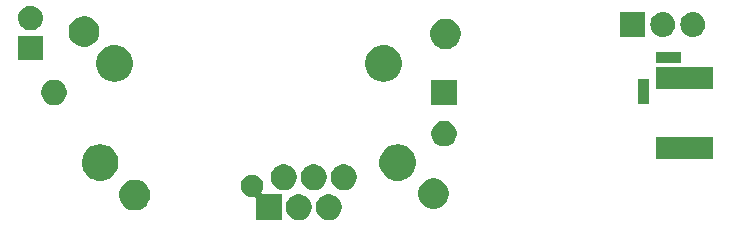
<source format=gbr>
G04 #@! TF.GenerationSoftware,KiCad,Pcbnew,5.0.2-bee76a0~70~ubuntu18.04.1*
G04 #@! TF.CreationDate,2019-02-02T17:17:24+01:00*
G04 #@! TF.ProjectId,roboy_sno,726f626f-795f-4736-9e6f-2e6b69636164,rev?*
G04 #@! TF.SameCoordinates,Original*
G04 #@! TF.FileFunction,Soldermask,Bot*
G04 #@! TF.FilePolarity,Negative*
%FSLAX46Y46*%
G04 Gerber Fmt 4.6, Leading zero omitted, Abs format (unit mm)*
G04 Created by KiCad (PCBNEW 5.0.2-bee76a0~70~ubuntu18.04.1) date Sa 02 Feb 2019 17:17:24 CET*
%MOMM*%
%LPD*%
G01*
G04 APERTURE LIST*
%ADD10C,0.100000*%
G04 APERTURE END LIST*
D10*
G36*
X100547117Y-135746459D02*
X100720018Y-135818077D01*
X100875625Y-135922050D01*
X101007950Y-136054375D01*
X101111923Y-136209982D01*
X101183541Y-136382883D01*
X101220050Y-136566427D01*
X101220050Y-136753573D01*
X101183541Y-136937117D01*
X101111923Y-137110018D01*
X101074815Y-137165554D01*
X101063264Y-137187165D01*
X101056151Y-137210614D01*
X101053749Y-137235000D01*
X101056151Y-137259386D01*
X101063264Y-137282836D01*
X101074815Y-137304446D01*
X101090361Y-137323388D01*
X101109303Y-137338934D01*
X101130914Y-137350485D01*
X101154363Y-137357598D01*
X101178749Y-137360000D01*
X102770000Y-137360000D01*
X102770000Y-139560000D01*
X100570000Y-139560000D01*
X100570000Y-137721302D01*
X100567598Y-137696916D01*
X100560485Y-137673467D01*
X100548934Y-137651856D01*
X100533388Y-137632914D01*
X100514446Y-137617368D01*
X100492835Y-137605817D01*
X100469386Y-137598704D01*
X100445000Y-137596302D01*
X100420614Y-137598704D01*
X100363573Y-137610050D01*
X100176427Y-137610050D01*
X99992883Y-137573541D01*
X99819982Y-137501923D01*
X99664375Y-137397950D01*
X99532050Y-137265625D01*
X99428077Y-137110018D01*
X99356459Y-136937117D01*
X99319950Y-136753573D01*
X99319950Y-136566427D01*
X99356459Y-136382883D01*
X99428077Y-136209982D01*
X99532050Y-136054375D01*
X99664375Y-135922050D01*
X99819982Y-135818077D01*
X99992883Y-135746459D01*
X100176427Y-135709950D01*
X100363573Y-135709950D01*
X100547117Y-135746459D01*
X100547117Y-135746459D01*
G37*
G36*
X107070857Y-137402272D02*
X107271042Y-137485191D01*
X107271045Y-137485193D01*
X107440926Y-137598704D01*
X107451213Y-137605578D01*
X107604422Y-137758787D01*
X107724809Y-137938958D01*
X107807728Y-138139143D01*
X107850000Y-138351658D01*
X107850000Y-138568342D01*
X107807728Y-138780857D01*
X107724809Y-138981042D01*
X107604422Y-139161213D01*
X107451213Y-139314422D01*
X107271042Y-139434809D01*
X107070857Y-139517728D01*
X106858342Y-139560000D01*
X106641658Y-139560000D01*
X106429143Y-139517728D01*
X106228958Y-139434809D01*
X106048787Y-139314422D01*
X105895578Y-139161213D01*
X105775191Y-138981042D01*
X105692272Y-138780857D01*
X105650000Y-138568342D01*
X105650000Y-138351658D01*
X105692272Y-138139143D01*
X105775191Y-137938958D01*
X105895578Y-137758787D01*
X106048787Y-137605578D01*
X106059075Y-137598704D01*
X106228955Y-137485193D01*
X106228958Y-137485191D01*
X106429143Y-137402272D01*
X106641658Y-137360000D01*
X106858342Y-137360000D01*
X107070857Y-137402272D01*
X107070857Y-137402272D01*
G37*
G36*
X104530857Y-137402272D02*
X104731042Y-137485191D01*
X104731045Y-137485193D01*
X104900926Y-137598704D01*
X104911213Y-137605578D01*
X105064422Y-137758787D01*
X105184809Y-137938958D01*
X105267728Y-138139143D01*
X105310000Y-138351658D01*
X105310000Y-138568342D01*
X105267728Y-138780857D01*
X105184809Y-138981042D01*
X105064422Y-139161213D01*
X104911213Y-139314422D01*
X104731042Y-139434809D01*
X104530857Y-139517728D01*
X104318342Y-139560000D01*
X104101658Y-139560000D01*
X103889143Y-139517728D01*
X103688958Y-139434809D01*
X103508787Y-139314422D01*
X103355578Y-139161213D01*
X103235191Y-138981042D01*
X103152272Y-138780857D01*
X103110000Y-138568342D01*
X103110000Y-138351658D01*
X103152272Y-138139143D01*
X103235191Y-137938958D01*
X103355578Y-137758787D01*
X103508787Y-137605578D01*
X103519075Y-137598704D01*
X103688955Y-137485193D01*
X103688958Y-137485191D01*
X103889143Y-137402272D01*
X104101658Y-137360000D01*
X104318342Y-137360000D01*
X104530857Y-137402272D01*
X104530857Y-137402272D01*
G37*
G36*
X90709196Y-136189958D02*
X90945780Y-136287954D01*
X91158705Y-136430226D01*
X91339774Y-136611295D01*
X91482046Y-136824220D01*
X91580042Y-137060804D01*
X91630000Y-137311960D01*
X91630000Y-137568040D01*
X91580042Y-137819196D01*
X91482046Y-138055780D01*
X91339774Y-138268705D01*
X91158705Y-138449774D01*
X90945780Y-138592046D01*
X90709196Y-138690042D01*
X90458040Y-138740000D01*
X90201960Y-138740000D01*
X89950804Y-138690042D01*
X89714220Y-138592046D01*
X89501295Y-138449774D01*
X89320226Y-138268705D01*
X89177954Y-138055780D01*
X89079958Y-137819196D01*
X89030000Y-137568040D01*
X89030000Y-137311960D01*
X89079958Y-137060804D01*
X89177954Y-136824220D01*
X89320226Y-136611295D01*
X89501295Y-136430226D01*
X89714220Y-136287954D01*
X89950804Y-136189958D01*
X90201960Y-136140000D01*
X90458040Y-136140000D01*
X90709196Y-136189958D01*
X90709196Y-136189958D01*
G37*
G36*
X115999196Y-136059958D02*
X116235780Y-136157954D01*
X116448705Y-136300226D01*
X116629774Y-136481295D01*
X116772046Y-136694220D01*
X116870042Y-136930804D01*
X116920000Y-137181960D01*
X116920000Y-137438040D01*
X116870042Y-137689196D01*
X116772046Y-137925780D01*
X116629774Y-138138705D01*
X116448705Y-138319774D01*
X116235780Y-138462046D01*
X115999196Y-138560042D01*
X115748040Y-138610000D01*
X115491960Y-138610000D01*
X115240804Y-138560042D01*
X115004220Y-138462046D01*
X114791295Y-138319774D01*
X114610226Y-138138705D01*
X114467954Y-137925780D01*
X114369958Y-137689196D01*
X114320000Y-137438040D01*
X114320000Y-137181960D01*
X114369958Y-136930804D01*
X114467954Y-136694220D01*
X114610226Y-136481295D01*
X114791295Y-136300226D01*
X115004220Y-136157954D01*
X115240804Y-136059958D01*
X115491960Y-136010000D01*
X115748040Y-136010000D01*
X115999196Y-136059958D01*
X115999196Y-136059958D01*
G37*
G36*
X103260857Y-134862272D02*
X103461042Y-134945191D01*
X103641213Y-135065578D01*
X103794422Y-135218787D01*
X103914809Y-135398958D01*
X103997728Y-135599143D01*
X104040000Y-135811658D01*
X104040000Y-136028342D01*
X103997728Y-136240857D01*
X103914809Y-136441042D01*
X103914807Y-136441045D01*
X103831029Y-136566428D01*
X103794422Y-136621213D01*
X103641213Y-136774422D01*
X103641210Y-136774424D01*
X103641209Y-136774425D01*
X103461045Y-136894807D01*
X103461042Y-136894809D01*
X103260857Y-136977728D01*
X103048342Y-137020000D01*
X102831658Y-137020000D01*
X102619143Y-136977728D01*
X102418958Y-136894809D01*
X102418955Y-136894807D01*
X102238791Y-136774425D01*
X102238790Y-136774424D01*
X102238787Y-136774422D01*
X102085578Y-136621213D01*
X102048972Y-136566428D01*
X101965193Y-136441045D01*
X101965191Y-136441042D01*
X101882272Y-136240857D01*
X101840000Y-136028342D01*
X101840000Y-135811658D01*
X101882272Y-135599143D01*
X101965191Y-135398958D01*
X102085578Y-135218787D01*
X102238787Y-135065578D01*
X102418958Y-134945191D01*
X102619143Y-134862272D01*
X102831658Y-134820000D01*
X103048342Y-134820000D01*
X103260857Y-134862272D01*
X103260857Y-134862272D01*
G37*
G36*
X105800857Y-134862272D02*
X106001042Y-134945191D01*
X106181213Y-135065578D01*
X106334422Y-135218787D01*
X106454809Y-135398958D01*
X106537728Y-135599143D01*
X106580000Y-135811658D01*
X106580000Y-136028342D01*
X106537728Y-136240857D01*
X106454809Y-136441042D01*
X106454807Y-136441045D01*
X106371029Y-136566428D01*
X106334422Y-136621213D01*
X106181213Y-136774422D01*
X106181210Y-136774424D01*
X106181209Y-136774425D01*
X106001045Y-136894807D01*
X106001042Y-136894809D01*
X105800857Y-136977728D01*
X105588342Y-137020000D01*
X105371658Y-137020000D01*
X105159143Y-136977728D01*
X104958958Y-136894809D01*
X104958955Y-136894807D01*
X104778791Y-136774425D01*
X104778790Y-136774424D01*
X104778787Y-136774422D01*
X104625578Y-136621213D01*
X104588972Y-136566428D01*
X104505193Y-136441045D01*
X104505191Y-136441042D01*
X104422272Y-136240857D01*
X104380000Y-136028342D01*
X104380000Y-135811658D01*
X104422272Y-135599143D01*
X104505191Y-135398958D01*
X104625578Y-135218787D01*
X104778787Y-135065578D01*
X104958958Y-134945191D01*
X105159143Y-134862272D01*
X105371658Y-134820000D01*
X105588342Y-134820000D01*
X105800857Y-134862272D01*
X105800857Y-134862272D01*
G37*
G36*
X108340857Y-134862272D02*
X108541042Y-134945191D01*
X108721213Y-135065578D01*
X108874422Y-135218787D01*
X108994809Y-135398958D01*
X109077728Y-135599143D01*
X109120000Y-135811658D01*
X109120000Y-136028342D01*
X109077728Y-136240857D01*
X108994809Y-136441042D01*
X108994807Y-136441045D01*
X108911029Y-136566428D01*
X108874422Y-136621213D01*
X108721213Y-136774422D01*
X108721210Y-136774424D01*
X108721209Y-136774425D01*
X108541045Y-136894807D01*
X108541042Y-136894809D01*
X108340857Y-136977728D01*
X108128342Y-137020000D01*
X107911658Y-137020000D01*
X107699143Y-136977728D01*
X107498958Y-136894809D01*
X107498955Y-136894807D01*
X107318791Y-136774425D01*
X107318790Y-136774424D01*
X107318787Y-136774422D01*
X107165578Y-136621213D01*
X107128972Y-136566428D01*
X107045193Y-136441045D01*
X107045191Y-136441042D01*
X106962272Y-136240857D01*
X106920000Y-136028342D01*
X106920000Y-135811658D01*
X106962272Y-135599143D01*
X107045191Y-135398958D01*
X107165578Y-135218787D01*
X107318787Y-135065578D01*
X107498958Y-134945191D01*
X107699143Y-134862272D01*
X107911658Y-134820000D01*
X108128342Y-134820000D01*
X108340857Y-134862272D01*
X108340857Y-134862272D01*
G37*
G36*
X112852481Y-133169855D02*
X113052118Y-133209565D01*
X113240173Y-133287460D01*
X113334201Y-133326408D01*
X113588071Y-133496038D01*
X113803962Y-133711929D01*
X113973592Y-133965799D01*
X113973592Y-133965800D01*
X114090435Y-134247882D01*
X114090435Y-134247884D01*
X114150000Y-134547337D01*
X114150000Y-134852663D01*
X114148088Y-134862273D01*
X114090435Y-135152118D01*
X114012540Y-135340173D01*
X113973592Y-135434201D01*
X113803962Y-135688071D01*
X113588071Y-135903962D01*
X113334201Y-136073592D01*
X113240173Y-136112540D01*
X113052118Y-136190435D01*
X112852481Y-136230145D01*
X112752663Y-136250000D01*
X112447337Y-136250000D01*
X112347519Y-136230145D01*
X112147882Y-136190435D01*
X111959827Y-136112540D01*
X111865799Y-136073592D01*
X111611929Y-135903962D01*
X111396038Y-135688071D01*
X111226408Y-135434201D01*
X111187460Y-135340173D01*
X111109565Y-135152118D01*
X111051912Y-134862273D01*
X111050000Y-134852663D01*
X111050000Y-134547337D01*
X111109565Y-134247884D01*
X111109565Y-134247882D01*
X111226408Y-133965800D01*
X111226408Y-133965799D01*
X111396038Y-133711929D01*
X111611929Y-133496038D01*
X111865799Y-133326408D01*
X111959827Y-133287460D01*
X112147882Y-133209565D01*
X112347519Y-133169855D01*
X112447337Y-133150000D01*
X112752663Y-133150000D01*
X112852481Y-133169855D01*
X112852481Y-133169855D01*
G37*
G36*
X87652481Y-133169855D02*
X87852118Y-133209565D01*
X88040173Y-133287460D01*
X88134201Y-133326408D01*
X88388071Y-133496038D01*
X88603962Y-133711929D01*
X88773592Y-133965799D01*
X88773592Y-133965800D01*
X88890435Y-134247882D01*
X88890435Y-134247884D01*
X88950000Y-134547337D01*
X88950000Y-134852663D01*
X88948088Y-134862273D01*
X88890435Y-135152118D01*
X88812540Y-135340173D01*
X88773592Y-135434201D01*
X88603962Y-135688071D01*
X88388071Y-135903962D01*
X88134201Y-136073592D01*
X88040173Y-136112540D01*
X87852118Y-136190435D01*
X87652481Y-136230145D01*
X87552663Y-136250000D01*
X87247337Y-136250000D01*
X87147519Y-136230145D01*
X86947882Y-136190435D01*
X86759827Y-136112540D01*
X86665799Y-136073592D01*
X86411929Y-135903962D01*
X86196038Y-135688071D01*
X86026408Y-135434201D01*
X85987460Y-135340173D01*
X85909565Y-135152118D01*
X85851912Y-134862273D01*
X85850000Y-134852663D01*
X85850000Y-134547337D01*
X85909565Y-134247884D01*
X85909565Y-134247882D01*
X86026408Y-133965800D01*
X86026408Y-133965799D01*
X86196038Y-133711929D01*
X86411929Y-133496038D01*
X86665799Y-133326408D01*
X86759827Y-133287460D01*
X86947882Y-133209565D01*
X87147519Y-133169855D01*
X87247337Y-133150000D01*
X87552663Y-133150000D01*
X87652481Y-133169855D01*
X87652481Y-133169855D01*
G37*
G36*
X139255000Y-134365000D02*
X134505000Y-134365000D01*
X134505000Y-132515000D01*
X139255000Y-132515000D01*
X139255000Y-134365000D01*
X139255000Y-134365000D01*
G37*
G36*
X116813566Y-131216312D02*
X117009203Y-131297347D01*
X117185275Y-131414995D01*
X117335005Y-131564725D01*
X117452653Y-131740797D01*
X117533688Y-131936434D01*
X117575000Y-132144122D01*
X117575000Y-132355878D01*
X117533688Y-132563566D01*
X117452653Y-132759203D01*
X117335005Y-132935275D01*
X117185275Y-133085005D01*
X117009203Y-133202653D01*
X116813566Y-133283688D01*
X116605878Y-133325000D01*
X116394122Y-133325000D01*
X116186434Y-133283688D01*
X115990797Y-133202653D01*
X115814725Y-133085005D01*
X115664995Y-132935275D01*
X115547347Y-132759203D01*
X115466312Y-132563566D01*
X115425000Y-132355878D01*
X115425000Y-132144122D01*
X115466312Y-131936434D01*
X115547347Y-131740797D01*
X115664995Y-131564725D01*
X115814725Y-131414995D01*
X115990797Y-131297347D01*
X116186434Y-131216312D01*
X116394122Y-131175000D01*
X116605878Y-131175000D01*
X116813566Y-131216312D01*
X116813566Y-131216312D01*
G37*
G36*
X117575000Y-129825000D02*
X115425000Y-129825000D01*
X115425000Y-127675000D01*
X117575000Y-127675000D01*
X117575000Y-129825000D01*
X117575000Y-129825000D01*
G37*
G36*
X83813566Y-127716312D02*
X84009203Y-127797347D01*
X84185275Y-127914995D01*
X84335005Y-128064725D01*
X84452653Y-128240797D01*
X84533688Y-128436434D01*
X84575000Y-128644122D01*
X84575000Y-128855878D01*
X84533688Y-129063566D01*
X84452653Y-129259203D01*
X84335005Y-129435275D01*
X84185275Y-129585005D01*
X84009203Y-129702653D01*
X83813566Y-129783688D01*
X83605878Y-129825000D01*
X83394122Y-129825000D01*
X83186434Y-129783688D01*
X82990797Y-129702653D01*
X82814725Y-129585005D01*
X82664995Y-129435275D01*
X82547347Y-129259203D01*
X82466312Y-129063566D01*
X82425000Y-128855878D01*
X82425000Y-128644122D01*
X82466312Y-128436434D01*
X82547347Y-128240797D01*
X82664995Y-128064725D01*
X82814725Y-127914995D01*
X82990797Y-127797347D01*
X83186434Y-127716312D01*
X83394122Y-127675000D01*
X83605878Y-127675000D01*
X83813566Y-127716312D01*
X83813566Y-127716312D01*
G37*
G36*
X133850000Y-129750000D02*
X132950000Y-129750000D01*
X132950000Y-127650000D01*
X133850000Y-127650000D01*
X133850000Y-129750000D01*
X133850000Y-129750000D01*
G37*
G36*
X139255000Y-128465000D02*
X134505000Y-128465000D01*
X134505000Y-126615000D01*
X139255000Y-126615000D01*
X139255000Y-128465000D01*
X139255000Y-128465000D01*
G37*
G36*
X88852481Y-124769855D02*
X89052118Y-124809565D01*
X89240173Y-124887460D01*
X89334201Y-124926408D01*
X89588071Y-125096038D01*
X89803962Y-125311929D01*
X89973592Y-125565799D01*
X89973592Y-125565800D01*
X90090435Y-125847882D01*
X90150000Y-126147338D01*
X90150000Y-126452662D01*
X90090435Y-126752118D01*
X90012540Y-126940173D01*
X89973592Y-127034201D01*
X89803962Y-127288071D01*
X89588071Y-127503962D01*
X89334201Y-127673592D01*
X89240173Y-127712540D01*
X89052118Y-127790435D01*
X88852481Y-127830145D01*
X88752663Y-127850000D01*
X88447337Y-127850000D01*
X88347519Y-127830145D01*
X88147882Y-127790435D01*
X87959827Y-127712540D01*
X87865799Y-127673592D01*
X87611929Y-127503962D01*
X87396038Y-127288071D01*
X87226408Y-127034201D01*
X87187460Y-126940173D01*
X87109565Y-126752118D01*
X87050000Y-126452662D01*
X87050000Y-126147338D01*
X87109565Y-125847882D01*
X87226408Y-125565800D01*
X87226408Y-125565799D01*
X87396038Y-125311929D01*
X87611929Y-125096038D01*
X87865799Y-124926408D01*
X87959827Y-124887460D01*
X88147882Y-124809565D01*
X88347519Y-124769855D01*
X88447337Y-124750000D01*
X88752663Y-124750000D01*
X88852481Y-124769855D01*
X88852481Y-124769855D01*
G37*
G36*
X111652481Y-124769855D02*
X111852118Y-124809565D01*
X112040173Y-124887460D01*
X112134201Y-124926408D01*
X112388071Y-125096038D01*
X112603962Y-125311929D01*
X112773592Y-125565799D01*
X112773592Y-125565800D01*
X112890435Y-125847882D01*
X112950000Y-126147338D01*
X112950000Y-126452662D01*
X112890435Y-126752118D01*
X112812540Y-126940173D01*
X112773592Y-127034201D01*
X112603962Y-127288071D01*
X112388071Y-127503962D01*
X112134201Y-127673592D01*
X112040173Y-127712540D01*
X111852118Y-127790435D01*
X111652481Y-127830145D01*
X111552663Y-127850000D01*
X111247337Y-127850000D01*
X111147519Y-127830145D01*
X110947882Y-127790435D01*
X110759827Y-127712540D01*
X110665799Y-127673592D01*
X110411929Y-127503962D01*
X110196038Y-127288071D01*
X110026408Y-127034201D01*
X109987460Y-126940173D01*
X109909565Y-126752118D01*
X109850000Y-126452662D01*
X109850000Y-126147338D01*
X109909565Y-125847882D01*
X110026408Y-125565800D01*
X110026408Y-125565799D01*
X110196038Y-125311929D01*
X110411929Y-125096038D01*
X110665799Y-124926408D01*
X110759827Y-124887460D01*
X110947882Y-124809565D01*
X111147519Y-124769855D01*
X111247337Y-124750000D01*
X111552663Y-124750000D01*
X111652481Y-124769855D01*
X111652481Y-124769855D01*
G37*
G36*
X136550000Y-126250000D02*
X134450000Y-126250000D01*
X134450000Y-125350000D01*
X136550000Y-125350000D01*
X136550000Y-126250000D01*
X136550000Y-126250000D01*
G37*
G36*
X82550000Y-126050000D02*
X80450000Y-126050000D01*
X80450000Y-123950000D01*
X82550000Y-123950000D01*
X82550000Y-126050000D01*
X82550000Y-126050000D01*
G37*
G36*
X117019196Y-122549958D02*
X117255780Y-122647954D01*
X117468705Y-122790226D01*
X117649774Y-122971295D01*
X117792046Y-123184220D01*
X117890042Y-123420804D01*
X117940000Y-123671960D01*
X117940000Y-123928040D01*
X117890042Y-124179196D01*
X117792046Y-124415780D01*
X117649774Y-124628705D01*
X117468705Y-124809774D01*
X117255780Y-124952046D01*
X117019196Y-125050042D01*
X116768040Y-125100000D01*
X116511960Y-125100000D01*
X116260804Y-125050042D01*
X116024220Y-124952046D01*
X115811295Y-124809774D01*
X115630226Y-124628705D01*
X115487954Y-124415780D01*
X115389958Y-124179196D01*
X115340000Y-123928040D01*
X115340000Y-123671960D01*
X115389958Y-123420804D01*
X115487954Y-123184220D01*
X115630226Y-122971295D01*
X115811295Y-122790226D01*
X116024220Y-122647954D01*
X116260804Y-122549958D01*
X116511960Y-122500000D01*
X116768040Y-122500000D01*
X117019196Y-122549958D01*
X117019196Y-122549958D01*
G37*
G36*
X86419196Y-122349958D02*
X86655780Y-122447954D01*
X86868705Y-122590226D01*
X87049774Y-122771295D01*
X87192046Y-122984220D01*
X87290042Y-123220804D01*
X87340000Y-123471960D01*
X87340000Y-123728040D01*
X87290042Y-123979196D01*
X87192046Y-124215780D01*
X87049774Y-124428705D01*
X86868705Y-124609774D01*
X86655780Y-124752046D01*
X86419196Y-124850042D01*
X86168040Y-124900000D01*
X85911960Y-124900000D01*
X85660804Y-124850042D01*
X85424220Y-124752046D01*
X85211295Y-124609774D01*
X85030226Y-124428705D01*
X84887954Y-124215780D01*
X84789958Y-123979196D01*
X84740000Y-123728040D01*
X84740000Y-123471960D01*
X84789958Y-123220804D01*
X84887954Y-122984220D01*
X85030226Y-122771295D01*
X85211295Y-122590226D01*
X85424220Y-122447954D01*
X85660804Y-122349958D01*
X85911960Y-122300000D01*
X86168040Y-122300000D01*
X86419196Y-122349958D01*
X86419196Y-122349958D01*
G37*
G36*
X133550000Y-124050000D02*
X131450000Y-124050000D01*
X131450000Y-121950000D01*
X133550000Y-121950000D01*
X133550000Y-124050000D01*
X133550000Y-124050000D01*
G37*
G36*
X137708707Y-121957597D02*
X137785836Y-121965193D01*
X137917787Y-122005220D01*
X137983763Y-122025233D01*
X138166172Y-122122733D01*
X138326054Y-122253946D01*
X138457267Y-122413828D01*
X138554767Y-122596237D01*
X138554767Y-122596238D01*
X138614807Y-122794164D01*
X138635080Y-123000000D01*
X138614807Y-123205836D01*
X138574938Y-123337267D01*
X138554767Y-123403763D01*
X138457267Y-123586172D01*
X138326054Y-123746054D01*
X138166172Y-123877267D01*
X137983763Y-123974767D01*
X137917787Y-123994780D01*
X137785836Y-124034807D01*
X137708707Y-124042403D01*
X137631580Y-124050000D01*
X137528420Y-124050000D01*
X137451293Y-124042403D01*
X137374164Y-124034807D01*
X137242213Y-123994780D01*
X137176237Y-123974767D01*
X136993828Y-123877267D01*
X136833946Y-123746054D01*
X136702733Y-123586172D01*
X136605233Y-123403763D01*
X136585062Y-123337267D01*
X136545193Y-123205836D01*
X136524920Y-123000000D01*
X136545193Y-122794164D01*
X136605233Y-122596238D01*
X136605233Y-122596237D01*
X136702733Y-122413828D01*
X136833946Y-122253946D01*
X136993828Y-122122733D01*
X137176237Y-122025233D01*
X137242213Y-122005220D01*
X137374164Y-121965193D01*
X137451293Y-121957597D01*
X137528420Y-121950000D01*
X137631580Y-121950000D01*
X137708707Y-121957597D01*
X137708707Y-121957597D01*
G37*
G36*
X135168707Y-121957597D02*
X135245836Y-121965193D01*
X135377787Y-122005220D01*
X135443763Y-122025233D01*
X135626172Y-122122733D01*
X135786054Y-122253946D01*
X135917267Y-122413828D01*
X136014767Y-122596237D01*
X136014767Y-122596238D01*
X136074807Y-122794164D01*
X136095080Y-123000000D01*
X136074807Y-123205836D01*
X136034938Y-123337267D01*
X136014767Y-123403763D01*
X135917267Y-123586172D01*
X135786054Y-123746054D01*
X135626172Y-123877267D01*
X135443763Y-123974767D01*
X135377787Y-123994780D01*
X135245836Y-124034807D01*
X135168707Y-124042403D01*
X135091580Y-124050000D01*
X134988420Y-124050000D01*
X134911293Y-124042403D01*
X134834164Y-124034807D01*
X134702213Y-123994780D01*
X134636237Y-123974767D01*
X134453828Y-123877267D01*
X134293946Y-123746054D01*
X134162733Y-123586172D01*
X134065233Y-123403763D01*
X134045062Y-123337267D01*
X134005193Y-123205836D01*
X133984920Y-123000000D01*
X134005193Y-122794164D01*
X134065233Y-122596238D01*
X134065233Y-122596237D01*
X134162733Y-122413828D01*
X134293946Y-122253946D01*
X134453828Y-122122733D01*
X134636237Y-122025233D01*
X134702213Y-122005220D01*
X134834164Y-121965193D01*
X134911293Y-121957597D01*
X134988420Y-121950000D01*
X135091580Y-121950000D01*
X135168707Y-121957597D01*
X135168707Y-121957597D01*
G37*
G36*
X81628707Y-121417596D02*
X81705836Y-121425193D01*
X81837787Y-121465220D01*
X81903763Y-121485233D01*
X82086172Y-121582733D01*
X82246054Y-121713946D01*
X82377267Y-121873828D01*
X82474767Y-122056237D01*
X82474767Y-122056238D01*
X82534807Y-122254164D01*
X82555080Y-122460000D01*
X82534807Y-122665836D01*
X82497074Y-122790224D01*
X82474767Y-122863763D01*
X82377267Y-123046172D01*
X82246054Y-123206054D01*
X82086172Y-123337267D01*
X81903763Y-123434767D01*
X81837787Y-123454780D01*
X81705836Y-123494807D01*
X81628707Y-123502403D01*
X81551580Y-123510000D01*
X81448420Y-123510000D01*
X81371293Y-123502403D01*
X81294164Y-123494807D01*
X81162213Y-123454780D01*
X81096237Y-123434767D01*
X80913828Y-123337267D01*
X80753946Y-123206054D01*
X80622733Y-123046172D01*
X80525233Y-122863763D01*
X80502926Y-122790224D01*
X80465193Y-122665836D01*
X80444920Y-122460000D01*
X80465193Y-122254164D01*
X80525233Y-122056238D01*
X80525233Y-122056237D01*
X80622733Y-121873828D01*
X80753946Y-121713946D01*
X80913828Y-121582733D01*
X81096237Y-121485233D01*
X81162213Y-121465220D01*
X81294164Y-121425193D01*
X81371293Y-121417596D01*
X81448420Y-121410000D01*
X81551580Y-121410000D01*
X81628707Y-121417596D01*
X81628707Y-121417596D01*
G37*
M02*

</source>
